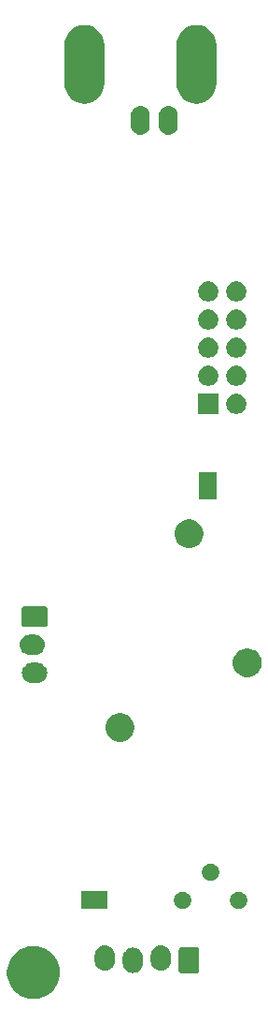
<source format=gbr>
G04 #@! TF.GenerationSoftware,KiCad,Pcbnew,(5.1.5-0-10_14)*
G04 #@! TF.CreationDate,2021-02-04T12:17:35+01:00*
G04 #@! TF.ProjectId,vm120-output,766d3132-302d-46f7-9574-7075742e6b69,rev?*
G04 #@! TF.SameCoordinates,Original*
G04 #@! TF.FileFunction,Soldermask,Bot*
G04 #@! TF.FilePolarity,Negative*
%FSLAX46Y46*%
G04 Gerber Fmt 4.6, Leading zero omitted, Abs format (unit mm)*
G04 Created by KiCad (PCBNEW (5.1.5-0-10_14)) date 2021-02-04 12:17:35*
%MOMM*%
%LPD*%
G04 APERTURE LIST*
%ADD10C,0.100000*%
G04 APERTURE END LIST*
D10*
G36*
X155667212Y-128786334D02*
G01*
X155899146Y-128832469D01*
X156336100Y-129013462D01*
X156729348Y-129276222D01*
X157063778Y-129610652D01*
X157326538Y-130003900D01*
X157507531Y-130440854D01*
X157509698Y-130451747D01*
X157576057Y-130785355D01*
X157599800Y-130904722D01*
X157599800Y-131377678D01*
X157507531Y-131841546D01*
X157326538Y-132278500D01*
X157063778Y-132671748D01*
X156729348Y-133006178D01*
X156336100Y-133268938D01*
X155899146Y-133449931D01*
X155667212Y-133496066D01*
X155435279Y-133542200D01*
X154962321Y-133542200D01*
X154730388Y-133496066D01*
X154498454Y-133449931D01*
X154061500Y-133268938D01*
X153668252Y-133006178D01*
X153333822Y-132671748D01*
X153071062Y-132278500D01*
X152890069Y-131841546D01*
X152797800Y-131377678D01*
X152797800Y-130904722D01*
X152821544Y-130785355D01*
X152887902Y-130451747D01*
X152890069Y-130440854D01*
X153071062Y-130003900D01*
X153333822Y-129610652D01*
X153668252Y-129276222D01*
X154061500Y-129013462D01*
X154498454Y-128832469D01*
X154730388Y-128786334D01*
X154962321Y-128740200D01*
X155435279Y-128740200D01*
X155667212Y-128786334D01*
G37*
G36*
X164399348Y-128903526D02*
G01*
X164572957Y-128956190D01*
X164732956Y-129041711D01*
X164747412Y-129053575D01*
X164873197Y-129156803D01*
X164952529Y-129253471D01*
X164988289Y-129297044D01*
X165073810Y-129457043D01*
X165126474Y-129630652D01*
X165139800Y-129765957D01*
X165139800Y-130316444D01*
X165126474Y-130451748D01*
X165073810Y-130625357D01*
X164988289Y-130785356D01*
X164952529Y-130828929D01*
X164873197Y-130925597D01*
X164732955Y-131040689D01*
X164572956Y-131126210D01*
X164399347Y-131178874D01*
X164218800Y-131196656D01*
X164038252Y-131178874D01*
X163864643Y-131126210D01*
X163704644Y-131040689D01*
X163650990Y-130996656D01*
X163564403Y-130925597D01*
X163449311Y-130785355D01*
X163363791Y-130625358D01*
X163363790Y-130625356D01*
X163311126Y-130451747D01*
X163297800Y-130316443D01*
X163297800Y-129765956D01*
X163311126Y-129630652D01*
X163363790Y-129457043D01*
X163449312Y-129297044D01*
X163482141Y-129257042D01*
X163564404Y-129156803D01*
X163690189Y-129053575D01*
X163704645Y-129041711D01*
X163864644Y-128956190D01*
X164038253Y-128903526D01*
X164218800Y-128885744D01*
X164399348Y-128903526D01*
G37*
G36*
X170078361Y-128894166D02*
G01*
X170111183Y-128904123D01*
X170141432Y-128920292D01*
X170167948Y-128942052D01*
X170189708Y-128968568D01*
X170205877Y-128998817D01*
X170215834Y-129031639D01*
X170219800Y-129071913D01*
X170219800Y-131010487D01*
X170215834Y-131050761D01*
X170205877Y-131083583D01*
X170189708Y-131113832D01*
X170167948Y-131140348D01*
X170141432Y-131162108D01*
X170111183Y-131178277D01*
X170078361Y-131188234D01*
X170038087Y-131192200D01*
X168559513Y-131192200D01*
X168519239Y-131188234D01*
X168486417Y-131178277D01*
X168456168Y-131162108D01*
X168429652Y-131140348D01*
X168407892Y-131113832D01*
X168391723Y-131083583D01*
X168381766Y-131050761D01*
X168377800Y-131010487D01*
X168377800Y-129071913D01*
X168381766Y-129031639D01*
X168391723Y-128998817D01*
X168407892Y-128968568D01*
X168429652Y-128942052D01*
X168456168Y-128920292D01*
X168486417Y-128904123D01*
X168519239Y-128894166D01*
X168559513Y-128890200D01*
X170038087Y-128890200D01*
X170078361Y-128894166D01*
G37*
G36*
X161859348Y-128703526D02*
G01*
X162032957Y-128756190D01*
X162192956Y-128841711D01*
X162236529Y-128877471D01*
X162333197Y-128956803D01*
X162394612Y-129031639D01*
X162448289Y-129097044D01*
X162533810Y-129257043D01*
X162586474Y-129430652D01*
X162599800Y-129565957D01*
X162599800Y-130116444D01*
X162586474Y-130251748D01*
X162533810Y-130425357D01*
X162448289Y-130585356D01*
X162415461Y-130625357D01*
X162333197Y-130725597D01*
X162192955Y-130840689D01*
X162032956Y-130926210D01*
X161859347Y-130978874D01*
X161678800Y-130996656D01*
X161498252Y-130978874D01*
X161324643Y-130926210D01*
X161164644Y-130840689D01*
X161097221Y-130785356D01*
X161024403Y-130725597D01*
X160909311Y-130585355D01*
X160823791Y-130425358D01*
X160823790Y-130425356D01*
X160771126Y-130251747D01*
X160757800Y-130116443D01*
X160757800Y-129565956D01*
X160771126Y-129430652D01*
X160823790Y-129257043D01*
X160909312Y-129097044D01*
X160919632Y-129084470D01*
X161024404Y-128956803D01*
X161121072Y-128877471D01*
X161164645Y-128841711D01*
X161324644Y-128756190D01*
X161498253Y-128703526D01*
X161678800Y-128685744D01*
X161859348Y-128703526D01*
G37*
G36*
X166939348Y-128703526D02*
G01*
X167112957Y-128756190D01*
X167272956Y-128841711D01*
X167316529Y-128877471D01*
X167413197Y-128956803D01*
X167474612Y-129031639D01*
X167528289Y-129097044D01*
X167613810Y-129257043D01*
X167666474Y-129430652D01*
X167679800Y-129565957D01*
X167679800Y-130116444D01*
X167666474Y-130251748D01*
X167613810Y-130425357D01*
X167528289Y-130585356D01*
X167495461Y-130625357D01*
X167413197Y-130725597D01*
X167272955Y-130840689D01*
X167112956Y-130926210D01*
X166939347Y-130978874D01*
X166758800Y-130996656D01*
X166578252Y-130978874D01*
X166404643Y-130926210D01*
X166244644Y-130840689D01*
X166177221Y-130785356D01*
X166104403Y-130725597D01*
X165989311Y-130585355D01*
X165903791Y-130425358D01*
X165903790Y-130425356D01*
X165851126Y-130251747D01*
X165837800Y-130116443D01*
X165837800Y-129565956D01*
X165851126Y-129430652D01*
X165903790Y-129257043D01*
X165989312Y-129097044D01*
X165999632Y-129084470D01*
X166104404Y-128956803D01*
X166201072Y-128877471D01*
X166244645Y-128841711D01*
X166404644Y-128756190D01*
X166578253Y-128703526D01*
X166758800Y-128685744D01*
X166939348Y-128703526D01*
G37*
G36*
X161901000Y-125401000D02*
G01*
X159499000Y-125401000D01*
X159499000Y-123799000D01*
X161901000Y-123799000D01*
X161901000Y-125401000D01*
G37*
G36*
X173925589Y-123838876D02*
G01*
X174024893Y-123858629D01*
X174165206Y-123916748D01*
X174291484Y-124001125D01*
X174398875Y-124108516D01*
X174483252Y-124234794D01*
X174541371Y-124375107D01*
X174571000Y-124524063D01*
X174571000Y-124675937D01*
X174541371Y-124824893D01*
X174483252Y-124965206D01*
X174398875Y-125091484D01*
X174291484Y-125198875D01*
X174165206Y-125283252D01*
X174024893Y-125341371D01*
X173925589Y-125361124D01*
X173875938Y-125371000D01*
X173724062Y-125371000D01*
X173674411Y-125361124D01*
X173575107Y-125341371D01*
X173434794Y-125283252D01*
X173308516Y-125198875D01*
X173201125Y-125091484D01*
X173116748Y-124965206D01*
X173058629Y-124824893D01*
X173029000Y-124675937D01*
X173029000Y-124524063D01*
X173058629Y-124375107D01*
X173116748Y-124234794D01*
X173201125Y-124108516D01*
X173308516Y-124001125D01*
X173434794Y-123916748D01*
X173575107Y-123858629D01*
X173674411Y-123838876D01*
X173724062Y-123829000D01*
X173875938Y-123829000D01*
X173925589Y-123838876D01*
G37*
G36*
X168845589Y-123838876D02*
G01*
X168944893Y-123858629D01*
X169085206Y-123916748D01*
X169211484Y-124001125D01*
X169318875Y-124108516D01*
X169403252Y-124234794D01*
X169461371Y-124375107D01*
X169491000Y-124524063D01*
X169491000Y-124675937D01*
X169461371Y-124824893D01*
X169403252Y-124965206D01*
X169318875Y-125091484D01*
X169211484Y-125198875D01*
X169085206Y-125283252D01*
X168944893Y-125341371D01*
X168845589Y-125361124D01*
X168795938Y-125371000D01*
X168644062Y-125371000D01*
X168594411Y-125361124D01*
X168495107Y-125341371D01*
X168354794Y-125283252D01*
X168228516Y-125198875D01*
X168121125Y-125091484D01*
X168036748Y-124965206D01*
X167978629Y-124824893D01*
X167949000Y-124675937D01*
X167949000Y-124524063D01*
X167978629Y-124375107D01*
X168036748Y-124234794D01*
X168121125Y-124108516D01*
X168228516Y-124001125D01*
X168354794Y-123916748D01*
X168495107Y-123858629D01*
X168594411Y-123838876D01*
X168644062Y-123829000D01*
X168795938Y-123829000D01*
X168845589Y-123838876D01*
G37*
G36*
X171385589Y-121298876D02*
G01*
X171484893Y-121318629D01*
X171625206Y-121376748D01*
X171751484Y-121461125D01*
X171858875Y-121568516D01*
X171943252Y-121694794D01*
X172001371Y-121835107D01*
X172031000Y-121984063D01*
X172031000Y-122135937D01*
X172001371Y-122284893D01*
X171943252Y-122425206D01*
X171858875Y-122551484D01*
X171751484Y-122658875D01*
X171625206Y-122743252D01*
X171484893Y-122801371D01*
X171385589Y-122821124D01*
X171335938Y-122831000D01*
X171184062Y-122831000D01*
X171134411Y-122821124D01*
X171035107Y-122801371D01*
X170894794Y-122743252D01*
X170768516Y-122658875D01*
X170661125Y-122551484D01*
X170576748Y-122425206D01*
X170518629Y-122284893D01*
X170489000Y-122135937D01*
X170489000Y-121984063D01*
X170518629Y-121835107D01*
X170576748Y-121694794D01*
X170661125Y-121568516D01*
X170768516Y-121461125D01*
X170894794Y-121376748D01*
X171035107Y-121318629D01*
X171134411Y-121298876D01*
X171184062Y-121289000D01*
X171335938Y-121289000D01*
X171385589Y-121298876D01*
G37*
G36*
X163420287Y-107736196D02*
G01*
X163657053Y-107834268D01*
X163657055Y-107834269D01*
X163870139Y-107976647D01*
X164051353Y-108157861D01*
X164193732Y-108370947D01*
X164291804Y-108607713D01*
X164341800Y-108859061D01*
X164341800Y-109115339D01*
X164291804Y-109366687D01*
X164193732Y-109603453D01*
X164193731Y-109603455D01*
X164051353Y-109816539D01*
X163870139Y-109997753D01*
X163657055Y-110140131D01*
X163657054Y-110140132D01*
X163657053Y-110140132D01*
X163420287Y-110238204D01*
X163168939Y-110288200D01*
X162912661Y-110288200D01*
X162661313Y-110238204D01*
X162424547Y-110140132D01*
X162424546Y-110140132D01*
X162424545Y-110140131D01*
X162211461Y-109997753D01*
X162030247Y-109816539D01*
X161887869Y-109603455D01*
X161887868Y-109603453D01*
X161789796Y-109366687D01*
X161739800Y-109115339D01*
X161739800Y-108859061D01*
X161789796Y-108607713D01*
X161887868Y-108370947D01*
X162030247Y-108157861D01*
X162211461Y-107976647D01*
X162424545Y-107834269D01*
X162424547Y-107834268D01*
X162661313Y-107736196D01*
X162912661Y-107686200D01*
X163168939Y-107686200D01*
X163420287Y-107736196D01*
G37*
G36*
X155619145Y-103154642D02*
G01*
X155709348Y-103163526D01*
X155882957Y-103216190D01*
X156042956Y-103301711D01*
X156086529Y-103337471D01*
X156183197Y-103416803D01*
X156262529Y-103513471D01*
X156298289Y-103557044D01*
X156383810Y-103717043D01*
X156436474Y-103890652D01*
X156454256Y-104071200D01*
X156436474Y-104251748D01*
X156383810Y-104425357D01*
X156298289Y-104585356D01*
X156262529Y-104628929D01*
X156183197Y-104725597D01*
X156086529Y-104804929D01*
X156042956Y-104840689D01*
X155882957Y-104926210D01*
X155709348Y-104978874D01*
X155619145Y-104987758D01*
X155574045Y-104992200D01*
X155023555Y-104992200D01*
X154978455Y-104987758D01*
X154888252Y-104978874D01*
X154714643Y-104926210D01*
X154554644Y-104840689D01*
X154511071Y-104804929D01*
X154414403Y-104725597D01*
X154335071Y-104628929D01*
X154299311Y-104585356D01*
X154213790Y-104425357D01*
X154161126Y-104251748D01*
X154143344Y-104071200D01*
X154161126Y-103890652D01*
X154213790Y-103717043D01*
X154299311Y-103557044D01*
X154335071Y-103513471D01*
X154414403Y-103416803D01*
X154511071Y-103337471D01*
X154554644Y-103301711D01*
X154714643Y-103216190D01*
X154888252Y-103163526D01*
X154978455Y-103154642D01*
X155023555Y-103150200D01*
X155574045Y-103150200D01*
X155619145Y-103154642D01*
G37*
G36*
X174971487Y-101894996D02*
G01*
X175208253Y-101993068D01*
X175208255Y-101993069D01*
X175286508Y-102045356D01*
X175421339Y-102135447D01*
X175602553Y-102316661D01*
X175744932Y-102529747D01*
X175843004Y-102766513D01*
X175893000Y-103017861D01*
X175893000Y-103274139D01*
X175843004Y-103525487D01*
X175744932Y-103762253D01*
X175744931Y-103762255D01*
X175602553Y-103975339D01*
X175421339Y-104156553D01*
X175208255Y-104298931D01*
X175208254Y-104298932D01*
X175208253Y-104298932D01*
X174971487Y-104397004D01*
X174720139Y-104447000D01*
X174463861Y-104447000D01*
X174212513Y-104397004D01*
X173975747Y-104298932D01*
X173975746Y-104298932D01*
X173975745Y-104298931D01*
X173762661Y-104156553D01*
X173581447Y-103975339D01*
X173439069Y-103762255D01*
X173439068Y-103762253D01*
X173340996Y-103525487D01*
X173291000Y-103274139D01*
X173291000Y-103017861D01*
X173340996Y-102766513D01*
X173439068Y-102529747D01*
X173581447Y-102316661D01*
X173762661Y-102135447D01*
X173897492Y-102045356D01*
X173975745Y-101993069D01*
X173975747Y-101993068D01*
X174212513Y-101894996D01*
X174463861Y-101845000D01*
X174720139Y-101845000D01*
X174971487Y-101894996D01*
G37*
G36*
X155419145Y-100614642D02*
G01*
X155509348Y-100623526D01*
X155682957Y-100676190D01*
X155842956Y-100761711D01*
X155886529Y-100797471D01*
X155983197Y-100876803D01*
X156062529Y-100973471D01*
X156098289Y-101017044D01*
X156183810Y-101177043D01*
X156236474Y-101350652D01*
X156254256Y-101531200D01*
X156236474Y-101711748D01*
X156183810Y-101885357D01*
X156098289Y-102045356D01*
X156062529Y-102088929D01*
X155983197Y-102185597D01*
X155886529Y-102264929D01*
X155842956Y-102300689D01*
X155682957Y-102386210D01*
X155509348Y-102438874D01*
X155419145Y-102447758D01*
X155374045Y-102452200D01*
X154823555Y-102452200D01*
X154778455Y-102447758D01*
X154688252Y-102438874D01*
X154514643Y-102386210D01*
X154354644Y-102300689D01*
X154311071Y-102264929D01*
X154214403Y-102185597D01*
X154135071Y-102088929D01*
X154099311Y-102045356D01*
X154013790Y-101885357D01*
X153961126Y-101711748D01*
X153943344Y-101531200D01*
X153961126Y-101350652D01*
X154013790Y-101177043D01*
X154099311Y-101017044D01*
X154135071Y-100973471D01*
X154214403Y-100876803D01*
X154311071Y-100797471D01*
X154354644Y-100761711D01*
X154514643Y-100676190D01*
X154688252Y-100623526D01*
X154778455Y-100614642D01*
X154823555Y-100610200D01*
X155374045Y-100610200D01*
X155419145Y-100614642D01*
G37*
G36*
X156308361Y-98074166D02*
G01*
X156341183Y-98084123D01*
X156371432Y-98100292D01*
X156397948Y-98122052D01*
X156419708Y-98148568D01*
X156435877Y-98178817D01*
X156445834Y-98211639D01*
X156449800Y-98251913D01*
X156449800Y-99730487D01*
X156445834Y-99770761D01*
X156435877Y-99803583D01*
X156419708Y-99833832D01*
X156397948Y-99860348D01*
X156371432Y-99882108D01*
X156341183Y-99898277D01*
X156308361Y-99908234D01*
X156268087Y-99912200D01*
X154329513Y-99912200D01*
X154289239Y-99908234D01*
X154256417Y-99898277D01*
X154226168Y-99882108D01*
X154199652Y-99860348D01*
X154177892Y-99833832D01*
X154161723Y-99803583D01*
X154151766Y-99770761D01*
X154147800Y-99730487D01*
X154147800Y-98251913D01*
X154151766Y-98211639D01*
X154161723Y-98178817D01*
X154177892Y-98148568D01*
X154199652Y-98122052D01*
X154226168Y-98100292D01*
X154256417Y-98084123D01*
X154289239Y-98074166D01*
X154329513Y-98070200D01*
X156268087Y-98070200D01*
X156308361Y-98074166D01*
G37*
G36*
X169678287Y-90240196D02*
G01*
X169915053Y-90338268D01*
X169915055Y-90338269D01*
X170128139Y-90480647D01*
X170309353Y-90661861D01*
X170451732Y-90874947D01*
X170549804Y-91111713D01*
X170599800Y-91363061D01*
X170599800Y-91619339D01*
X170549804Y-91870687D01*
X170451732Y-92107453D01*
X170451731Y-92107455D01*
X170309353Y-92320539D01*
X170128139Y-92501753D01*
X169915055Y-92644131D01*
X169915054Y-92644132D01*
X169915053Y-92644132D01*
X169678287Y-92742204D01*
X169426939Y-92792200D01*
X169170661Y-92792200D01*
X168919313Y-92742204D01*
X168682547Y-92644132D01*
X168682546Y-92644132D01*
X168682545Y-92644131D01*
X168469461Y-92501753D01*
X168288247Y-92320539D01*
X168145869Y-92107455D01*
X168145868Y-92107453D01*
X168047796Y-91870687D01*
X167997800Y-91619339D01*
X167997800Y-91363061D01*
X168047796Y-91111713D01*
X168145868Y-90874947D01*
X168288247Y-90661861D01*
X168469461Y-90480647D01*
X168682545Y-90338269D01*
X168682547Y-90338268D01*
X168919313Y-90240196D01*
X169170661Y-90190200D01*
X169426939Y-90190200D01*
X169678287Y-90240196D01*
G37*
G36*
X171801000Y-88351000D02*
G01*
X170199000Y-88351000D01*
X170199000Y-85949000D01*
X171801000Y-85949000D01*
X171801000Y-88351000D01*
G37*
G36*
X173855578Y-78861747D02*
G01*
X174022024Y-78930691D01*
X174171822Y-79030783D01*
X174299217Y-79158178D01*
X174399309Y-79307976D01*
X174468253Y-79474422D01*
X174503400Y-79651118D01*
X174503400Y-79831282D01*
X174468253Y-80007978D01*
X174399309Y-80174424D01*
X174299217Y-80324222D01*
X174171822Y-80451617D01*
X174022024Y-80551709D01*
X173855578Y-80620653D01*
X173678882Y-80655800D01*
X173498718Y-80655800D01*
X173322022Y-80620653D01*
X173155576Y-80551709D01*
X173005778Y-80451617D01*
X172878383Y-80324222D01*
X172778291Y-80174424D01*
X172709347Y-80007978D01*
X172674200Y-79831282D01*
X172674200Y-79651118D01*
X172709347Y-79474422D01*
X172778291Y-79307976D01*
X172878383Y-79158178D01*
X173005778Y-79030783D01*
X173155576Y-78930691D01*
X173322022Y-78861747D01*
X173498718Y-78826600D01*
X173678882Y-78826600D01*
X173855578Y-78861747D01*
G37*
G36*
X171963400Y-80655800D02*
G01*
X170134200Y-80655800D01*
X170134200Y-78826600D01*
X171963400Y-78826600D01*
X171963400Y-80655800D01*
G37*
G36*
X173855578Y-76321747D02*
G01*
X174022024Y-76390691D01*
X174171822Y-76490783D01*
X174299217Y-76618178D01*
X174399309Y-76767976D01*
X174468253Y-76934422D01*
X174503400Y-77111118D01*
X174503400Y-77291282D01*
X174468253Y-77467978D01*
X174399309Y-77634424D01*
X174299217Y-77784222D01*
X174171822Y-77911617D01*
X174022024Y-78011709D01*
X173855578Y-78080653D01*
X173678882Y-78115800D01*
X173498718Y-78115800D01*
X173322022Y-78080653D01*
X173155576Y-78011709D01*
X173005778Y-77911617D01*
X172878383Y-77784222D01*
X172778291Y-77634424D01*
X172709347Y-77467978D01*
X172674200Y-77291282D01*
X172674200Y-77111118D01*
X172709347Y-76934422D01*
X172778291Y-76767976D01*
X172878383Y-76618178D01*
X173005778Y-76490783D01*
X173155576Y-76390691D01*
X173322022Y-76321747D01*
X173498718Y-76286600D01*
X173678882Y-76286600D01*
X173855578Y-76321747D01*
G37*
G36*
X171315578Y-76321747D02*
G01*
X171482024Y-76390691D01*
X171631822Y-76490783D01*
X171759217Y-76618178D01*
X171859309Y-76767976D01*
X171928253Y-76934422D01*
X171963400Y-77111118D01*
X171963400Y-77291282D01*
X171928253Y-77467978D01*
X171859309Y-77634424D01*
X171759217Y-77784222D01*
X171631822Y-77911617D01*
X171482024Y-78011709D01*
X171315578Y-78080653D01*
X171138882Y-78115800D01*
X170958718Y-78115800D01*
X170782022Y-78080653D01*
X170615576Y-78011709D01*
X170465778Y-77911617D01*
X170338383Y-77784222D01*
X170238291Y-77634424D01*
X170169347Y-77467978D01*
X170134200Y-77291282D01*
X170134200Y-77111118D01*
X170169347Y-76934422D01*
X170238291Y-76767976D01*
X170338383Y-76618178D01*
X170465778Y-76490783D01*
X170615576Y-76390691D01*
X170782022Y-76321747D01*
X170958718Y-76286600D01*
X171138882Y-76286600D01*
X171315578Y-76321747D01*
G37*
G36*
X173855578Y-73781747D02*
G01*
X174022024Y-73850691D01*
X174171822Y-73950783D01*
X174299217Y-74078178D01*
X174399309Y-74227976D01*
X174468253Y-74394422D01*
X174503400Y-74571118D01*
X174503400Y-74751282D01*
X174468253Y-74927978D01*
X174399309Y-75094424D01*
X174299217Y-75244222D01*
X174171822Y-75371617D01*
X174022024Y-75471709D01*
X173855578Y-75540653D01*
X173678882Y-75575800D01*
X173498718Y-75575800D01*
X173322022Y-75540653D01*
X173155576Y-75471709D01*
X173005778Y-75371617D01*
X172878383Y-75244222D01*
X172778291Y-75094424D01*
X172709347Y-74927978D01*
X172674200Y-74751282D01*
X172674200Y-74571118D01*
X172709347Y-74394422D01*
X172778291Y-74227976D01*
X172878383Y-74078178D01*
X173005778Y-73950783D01*
X173155576Y-73850691D01*
X173322022Y-73781747D01*
X173498718Y-73746600D01*
X173678882Y-73746600D01*
X173855578Y-73781747D01*
G37*
G36*
X171315578Y-73781747D02*
G01*
X171482024Y-73850691D01*
X171631822Y-73950783D01*
X171759217Y-74078178D01*
X171859309Y-74227976D01*
X171928253Y-74394422D01*
X171963400Y-74571118D01*
X171963400Y-74751282D01*
X171928253Y-74927978D01*
X171859309Y-75094424D01*
X171759217Y-75244222D01*
X171631822Y-75371617D01*
X171482024Y-75471709D01*
X171315578Y-75540653D01*
X171138882Y-75575800D01*
X170958718Y-75575800D01*
X170782022Y-75540653D01*
X170615576Y-75471709D01*
X170465778Y-75371617D01*
X170338383Y-75244222D01*
X170238291Y-75094424D01*
X170169347Y-74927978D01*
X170134200Y-74751282D01*
X170134200Y-74571118D01*
X170169347Y-74394422D01*
X170238291Y-74227976D01*
X170338383Y-74078178D01*
X170465778Y-73950783D01*
X170615576Y-73850691D01*
X170782022Y-73781747D01*
X170958718Y-73746600D01*
X171138882Y-73746600D01*
X171315578Y-73781747D01*
G37*
G36*
X173855578Y-71241747D02*
G01*
X174022024Y-71310691D01*
X174171822Y-71410783D01*
X174299217Y-71538178D01*
X174399309Y-71687976D01*
X174468253Y-71854422D01*
X174503400Y-72031118D01*
X174503400Y-72211282D01*
X174468253Y-72387978D01*
X174399309Y-72554424D01*
X174299217Y-72704222D01*
X174171822Y-72831617D01*
X174022024Y-72931709D01*
X173855578Y-73000653D01*
X173678882Y-73035800D01*
X173498718Y-73035800D01*
X173322022Y-73000653D01*
X173155576Y-72931709D01*
X173005778Y-72831617D01*
X172878383Y-72704222D01*
X172778291Y-72554424D01*
X172709347Y-72387978D01*
X172674200Y-72211282D01*
X172674200Y-72031118D01*
X172709347Y-71854422D01*
X172778291Y-71687976D01*
X172878383Y-71538178D01*
X173005778Y-71410783D01*
X173155576Y-71310691D01*
X173322022Y-71241747D01*
X173498718Y-71206600D01*
X173678882Y-71206600D01*
X173855578Y-71241747D01*
G37*
G36*
X171315578Y-71241747D02*
G01*
X171482024Y-71310691D01*
X171631822Y-71410783D01*
X171759217Y-71538178D01*
X171859309Y-71687976D01*
X171928253Y-71854422D01*
X171963400Y-72031118D01*
X171963400Y-72211282D01*
X171928253Y-72387978D01*
X171859309Y-72554424D01*
X171759217Y-72704222D01*
X171631822Y-72831617D01*
X171482024Y-72931709D01*
X171315578Y-73000653D01*
X171138882Y-73035800D01*
X170958718Y-73035800D01*
X170782022Y-73000653D01*
X170615576Y-72931709D01*
X170465778Y-72831617D01*
X170338383Y-72704222D01*
X170238291Y-72554424D01*
X170169347Y-72387978D01*
X170134200Y-72211282D01*
X170134200Y-72031118D01*
X170169347Y-71854422D01*
X170238291Y-71687976D01*
X170338383Y-71538178D01*
X170465778Y-71410783D01*
X170615576Y-71310691D01*
X170782022Y-71241747D01*
X170958718Y-71206600D01*
X171138882Y-71206600D01*
X171315578Y-71241747D01*
G37*
G36*
X173855578Y-68701747D02*
G01*
X174022024Y-68770691D01*
X174171822Y-68870783D01*
X174299217Y-68998178D01*
X174399309Y-69147976D01*
X174468253Y-69314422D01*
X174503400Y-69491118D01*
X174503400Y-69671282D01*
X174468253Y-69847978D01*
X174399309Y-70014424D01*
X174299217Y-70164222D01*
X174171822Y-70291617D01*
X174022024Y-70391709D01*
X173855578Y-70460653D01*
X173678882Y-70495800D01*
X173498718Y-70495800D01*
X173322022Y-70460653D01*
X173155576Y-70391709D01*
X173005778Y-70291617D01*
X172878383Y-70164222D01*
X172778291Y-70014424D01*
X172709347Y-69847978D01*
X172674200Y-69671282D01*
X172674200Y-69491118D01*
X172709347Y-69314422D01*
X172778291Y-69147976D01*
X172878383Y-68998178D01*
X173005778Y-68870783D01*
X173155576Y-68770691D01*
X173322022Y-68701747D01*
X173498718Y-68666600D01*
X173678882Y-68666600D01*
X173855578Y-68701747D01*
G37*
G36*
X171315578Y-68701747D02*
G01*
X171482024Y-68770691D01*
X171631822Y-68870783D01*
X171759217Y-68998178D01*
X171859309Y-69147976D01*
X171928253Y-69314422D01*
X171963400Y-69491118D01*
X171963400Y-69671282D01*
X171928253Y-69847978D01*
X171859309Y-70014424D01*
X171759217Y-70164222D01*
X171631822Y-70291617D01*
X171482024Y-70391709D01*
X171315578Y-70460653D01*
X171138882Y-70495800D01*
X170958718Y-70495800D01*
X170782022Y-70460653D01*
X170615576Y-70391709D01*
X170465778Y-70291617D01*
X170338383Y-70164222D01*
X170238291Y-70014424D01*
X170169347Y-69847978D01*
X170134200Y-69671282D01*
X170134200Y-69491118D01*
X170169347Y-69314422D01*
X170238291Y-69147976D01*
X170338383Y-68998178D01*
X170465778Y-68870783D01*
X170615576Y-68770691D01*
X170782022Y-68701747D01*
X170958718Y-68666600D01*
X171138882Y-68666600D01*
X171315578Y-68701747D01*
G37*
G36*
X165065623Y-52852513D02*
G01*
X165226042Y-52901176D01*
X165358706Y-52972086D01*
X165373878Y-52980196D01*
X165503459Y-53086541D01*
X165609804Y-53216122D01*
X165609805Y-53216124D01*
X165688824Y-53363958D01*
X165737487Y-53524377D01*
X165749800Y-53649397D01*
X165749800Y-54633004D01*
X165737487Y-54758023D01*
X165688824Y-54918442D01*
X165617914Y-55051106D01*
X165609804Y-55066278D01*
X165503459Y-55195859D01*
X165373877Y-55302205D01*
X165226041Y-55381224D01*
X165065622Y-55429887D01*
X164898800Y-55446317D01*
X164731977Y-55429887D01*
X164571558Y-55381224D01*
X164423724Y-55302205D01*
X164423722Y-55302204D01*
X164294141Y-55195859D01*
X164187795Y-55066277D01*
X164108776Y-54918441D01*
X164060113Y-54758022D01*
X164047800Y-54633003D01*
X164047800Y-53649397D01*
X164060114Y-53524377D01*
X164108777Y-53363958D01*
X164187796Y-53216124D01*
X164187797Y-53216122D01*
X164294142Y-53086541D01*
X164423723Y-52980196D01*
X164438895Y-52972086D01*
X164571559Y-52901176D01*
X164731978Y-52852513D01*
X164898800Y-52836083D01*
X165065623Y-52852513D01*
G37*
G36*
X167605623Y-52852513D02*
G01*
X167766042Y-52901176D01*
X167898706Y-52972086D01*
X167913878Y-52980196D01*
X168043459Y-53086541D01*
X168149804Y-53216122D01*
X168149805Y-53216124D01*
X168228824Y-53363958D01*
X168277487Y-53524377D01*
X168289800Y-53649397D01*
X168289800Y-54633004D01*
X168277487Y-54758023D01*
X168228824Y-54918442D01*
X168157914Y-55051106D01*
X168149804Y-55066278D01*
X168043459Y-55195859D01*
X167913877Y-55302205D01*
X167766041Y-55381224D01*
X167605622Y-55429887D01*
X167438800Y-55446317D01*
X167271977Y-55429887D01*
X167111558Y-55381224D01*
X166963724Y-55302205D01*
X166963722Y-55302204D01*
X166834141Y-55195859D01*
X166727795Y-55066277D01*
X166648776Y-54918441D01*
X166600113Y-54758022D01*
X166587800Y-54633003D01*
X166587800Y-53649397D01*
X166600114Y-53524377D01*
X166648777Y-53363958D01*
X166727796Y-53216124D01*
X166727797Y-53216122D01*
X166834142Y-53086541D01*
X166963723Y-52980196D01*
X166978895Y-52972086D01*
X167111559Y-52901176D01*
X167271978Y-52852513D01*
X167438800Y-52836083D01*
X167605623Y-52852513D01*
G37*
G36*
X170331858Y-45536259D02*
G01*
X170671348Y-45639242D01*
X170671350Y-45639243D01*
X170984222Y-45806477D01*
X170984224Y-45806478D01*
X170984223Y-45806478D01*
X171258461Y-46031539D01*
X171483522Y-46305777D01*
X171650758Y-46618652D01*
X171753741Y-46958142D01*
X171779800Y-47222725D01*
X171779800Y-50899675D01*
X171753741Y-51164258D01*
X171650758Y-51503747D01*
X171650757Y-51503750D01*
X171483523Y-51816622D01*
X171258461Y-52090861D01*
X170984223Y-52315923D01*
X170671349Y-52483157D01*
X170671347Y-52483158D01*
X170331857Y-52586141D01*
X169978800Y-52620914D01*
X169625742Y-52586141D01*
X169286252Y-52483158D01*
X169286250Y-52483157D01*
X168973378Y-52315923D01*
X168699139Y-52090861D01*
X168474077Y-51816623D01*
X168306843Y-51503749D01*
X168306842Y-51503747D01*
X168203859Y-51164257D01*
X168177800Y-50899674D01*
X168177801Y-47222725D01*
X168203860Y-46958142D01*
X168306843Y-46618652D01*
X168474079Y-46305777D01*
X168699140Y-46031539D01*
X168973378Y-45806478D01*
X168973377Y-45806478D01*
X168973379Y-45806477D01*
X169286251Y-45639243D01*
X169286253Y-45639242D01*
X169625743Y-45536259D01*
X169978800Y-45501486D01*
X170331858Y-45536259D01*
G37*
G36*
X160171858Y-45536259D02*
G01*
X160511348Y-45639242D01*
X160511350Y-45639243D01*
X160824222Y-45806477D01*
X160824224Y-45806478D01*
X160824223Y-45806478D01*
X161098461Y-46031539D01*
X161323522Y-46305777D01*
X161490758Y-46618652D01*
X161593741Y-46958142D01*
X161619800Y-47222725D01*
X161619800Y-50899675D01*
X161593741Y-51164258D01*
X161490758Y-51503747D01*
X161490757Y-51503750D01*
X161323523Y-51816622D01*
X161098461Y-52090861D01*
X160824223Y-52315923D01*
X160511349Y-52483157D01*
X160511347Y-52483158D01*
X160171857Y-52586141D01*
X159818800Y-52620914D01*
X159465742Y-52586141D01*
X159126252Y-52483158D01*
X159126250Y-52483157D01*
X158813378Y-52315923D01*
X158539139Y-52090861D01*
X158314077Y-51816623D01*
X158146843Y-51503749D01*
X158146842Y-51503747D01*
X158043859Y-51164257D01*
X158017800Y-50899674D01*
X158017801Y-47222725D01*
X158043860Y-46958142D01*
X158146843Y-46618652D01*
X158314079Y-46305777D01*
X158539140Y-46031539D01*
X158813378Y-45806478D01*
X158813377Y-45806478D01*
X158813379Y-45806477D01*
X159126251Y-45639243D01*
X159126253Y-45639242D01*
X159465743Y-45536259D01*
X159818800Y-45501486D01*
X160171858Y-45536259D01*
G37*
M02*

</source>
